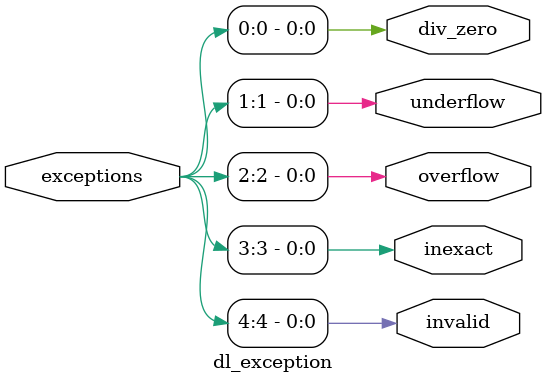
<source format=v>
module dlfloat16_top(
  input wire [31:0] instr,
  input wire [31:0] op1,op2,op3,
  output wire invalid, inexact, overflow,underflow, div_by_zero,
  output wire [31:0] result,
  input clk,rst_n);
  
  wire [3:0] ena;
  wire [2:0] rm;
  wire [2:0] sel2;
  wire [1:0] sel1;
  wire op;
  wire [15:0] src1,src2,src3;
  assign src1 = op1[15:0];
  assign src2 = op2[15:0];
  assign src3 = op3[15:0];
  wire [19:0] out_add_sub, out_mul,out_div,out_mac,out_sqrt,out_sign,out_i2f,out_comp;
  wire [31:0] out_muxed;
  wire [31:0] out_f2i;
  wire [4:0] exceptions;
  
  dlfloat16_decoder dec(.instr(instr), .ena(ena), .rm(rm), .sel2(sel2), .sel1(sel1), .op(op));
  
  dlfloat16_add_sub add_sub(.a(src1), .b(src2), .ena(ena), .op(op), .exceptions(exceptions), .c_out(out_add_sub),.clk(clk),.rst_n(rst_n));
  dlfloat16_mul mul(.a(src1), .b(src2), .ena(ena), .c_mul(out_mul), .exceptions(exceptions),.clk(clk),.rst_n(rst_n));
  dlfloat16_div div(.a(src1), .b(src2), .ena(ena), .c_div(out_div), .exceptions(exceptions),.clk(clk),.rst_n(rst_n));
  dlfloat16_sqrt sqrt(.dl_in(src1), .ena(ena), .dl_out_fin(out_sqrt), .exceptions(exceptions),.clk(clk),.rst_n(rst_n));
  dlfloat16_mac mac(.a(src1), .b(src2), .d(src3), .c_out(out_mac), .ena(ena), .op(op), .exceptions(exceptions),.clk(clk),.rst_n(rst_n));
  dlfloat16_sign_inv sign_inv(.in1(src1), .in2(src2), .ena(ena), .sel(sel1), .out(out_sign), .exceptions(exceptions),.clk(clk),.rst_n(rst_n));
  int32_to_dlfloat16 i2f(.in_int(op1), .ena(ena), .float_out1(out_i2f), .exceptions(exceptions),.clk(clk),.rst_n(rst_n));
  dlfloat16_to_int32 f2i(.float_in(src1), .ena(ena), .int_out_fin(out_f2i), .exceptions(exceptions),.clk(clk),.rst_n(rst_n));
  dlfloat16_comp comp(.a1(src1), .b1(src2), .ena(ena), .sel(sel2), .c_out(out_comp), .exceptions(exceptions),.clk(clk),.rst_n(rst_n));
  
  out_mux outmux(.ena(ena), .out_add_sub(out_add_sub), .out_mul(out_mul), .out_div(out_div), .out_mac(out_mac), .out_sqrt(out_sqrt), .out_sign(out_sign), .out_i2f(out_i2f), .out_comp(out_comp), .out_f2i(out_f2i), .out_muxed(out_muxed));
  dl_exception excep(.exceptions(exceptions),.invalid(invalid),.inexact(inexact),.overflow(overflow),.underflow(underflow),.div_zero(div_by_zero));
  dlfloat16_round round(.rm(rm), .ena(ena), .in(out_muxed) , .out(result),.clk(clk),.rst_n(rst_n));
  
endmodule

module out_mux(input wire [3:0] ena, input wire [31:0] out_add_sub, out_mul, out_div, out_mac, out_sqrt,out_sign, out_i2f, out_comp,out_f2i, output reg [31:0] out_muxed);

  always@(*)
    begin
      case(ena)
        4'b0001: out_muxed = out_add_sub;
        4'b0010: out_muxed = out_mul;
        4'b0011: out_muxed = out_div;
        4'b0100: out_muxed = out_sqrt;
        4'b0101: out_muxed = out_sign;
        4'b0110: out_muxed = out_comp;
        4'b1001: out_muxed = out_mac;
        4'b0111: out_muxed = out_i2f;
        4'b1000: out_muxed = out_f2i;
        default: out_muxed = 32'b0;
      endcase
    end
endmodule

module int32_to_dlfloat16(
  input signed [31:0] in_int, 
  input clk,rst_n,
  input [3:0] ena,
  output reg [4:0] exceptions,
  output reg [31:0] float_out1  
);
    reg [5:0] exponent;   
    reg [8:0] mantissa;    
    reg sign;             
    reg [31:0] abs_input;
    reg [15:0] float_out;
    integer i;
   always @(posedge clk or negedge rst_n) begin
        if (!rst_n) begin
            float_out1 <= 32'b0;
            exceptions <= 5'b0;
        end else begin
          float_out1 <= {16'b0,float_out};
          if(in_int>512)
            exceptions = 5'b01000;
        end
    end
       
    always @(*) begin
      if(ena != 4'b0111)
        float_out = 16'b0;
      else begin
      if (in_int == 32'b0) begin
        float_out = 16'b0;
      end
      
      sign = (in_int < 0) ? 1 : 0;
        
      //determine absolute value
      abs_input = (in_int < 0) ? -in_int : in_int;
        
        // Normalize the number 
        exponent = 0;
        mantissa = 0;
        //NOTE: might get synth warnings for else block path but when i tried to add else block to exit from the loop threw synth errros
      // Find the exponent (shift the number to be in the form 1.xxxx)
       for (i = 0; i < 32 ; i = i + 1) begin
        if (abs_input >= (1 << (exponent + 1))) begin
            exponent = exponent + 1; 
        end
       end        
        // Shift the number to form the normalized mantissa
        if ( exponent <= 9) begin
          mantissa = abs_input << (9 - exponent);  // Left shift for +ve exp
           end else begin
             mantissa = abs_input >> (exponent - 9);// Right shift for -ve exp
           end

        
        //Bias the exponent 
        exponent = exponent + 31;
      
      float_out = {sign,exponent,mantissa};
      end 
    end
    
endmodule

module dlfloat16_to_int32(
  input clk,rst_n,
	input wire [3:0] ena,
  output reg [4:0] exceptions,
  input [15:0] float_in,
  output reg signed [31:0] int_out_fin
);
  reg sign;
  reg [5:0] exponent;
  reg [9:0] mantissa; 
  reg signed [5:0] actual_exponent;
  reg signed [31:0] int_out, result;
    
   always @(posedge clk or negedge rst_n) begin
     
        if (!rst_n) begin
            int_out_fin <= 32'b0;
           exceptions = 5'b0;
        end else begin
            int_out_fin <= int_out;
		     exceptions = 5'b0;
        end
    end
  
  always @(*) begin
	  if(ena != 4'b1000)
		  int_out = 32'b0;
	  else begin
    // Extract fields
    sign = float_in[15];
    exponent = float_in[14:9];
    mantissa = {1'b1, float_in[8:0]}; 

    // Handle special cases
    if (exponent == 0) begin
      int_out = 0;
    end  
    else if (exponent == 6'b111111) begin
      // Infinity or NaN: saturate to max 32-bit signed integer
      int_out = sign ? -32'h80000000 : 32'h7FFFFFFF;
    end else begin
  
      actual_exponent = exponent - 31; // Unbias the exponent
      
      if (actual_exponent <=9) begin
        result = {23'b0, mantissa >> ( 9 - actual_exponent)};
        end else begin
        result = mantissa << (actual_exponent - 9);
      end 
    
      int_out = sign ? -result : result;

      // Clamp to 32-bit signed range
      if (int_out > 32'h7FFFFFFF) int_out = 32'h7FFFFFFF;
      if (int_out < -32'h80000000) int_out = -32'h80000000; 
    end
  end
  end
endmodule

// Code your design here
//module dlfloat16_sqrt(
//	input [3:0] ena,
//	input clk,rst_n,
//    input  [15:0] dl_in,              
//	output reg [31:0] dl_out_fin,         
//    output reg [4:0] exceptions  
//);
//    wire sign = dl_in[15];                
//    wire [5:0] exp_in = dl_in[14:9];      
//    wire [8:0] mant_in = dl_in[8:0];      

  
//  reg [12:0] x, x_next;  // Current and next estimates for the square root of mantissa
//  reg [12:0] diff;      
//reg done;              //convergence flag
//  reg [12:0] remainder; 
   
//    reg [9:0] mant_norm;
//    initial begin
//   if (exp_in == 0) // Denormalized case
//            mant_norm = {1'b0, mant_in};
//        else
//            mant_norm = {1'b1, mant_in}; // Normalized case (add implicit 1)
//    end
   
//    reg [5:0] exp_out;      
//    reg [12:0] mant_sqrt;    
//    integer i;
//  reg [5:0] ier;
//	reg [19:0] dl_out;
//    reg invalid, overflow, underflow, inexact;
//    reg div_by_zero = 1'b0;

//	 always @(posedge clk or negedge rst_n) begin
//         if (!rst_n) begin
//            dl_out_fin <= 32'b0;
//            exceptions <= 5'b0;
//            end 
//         else begin
//		dl_out_fin <= {12'b0,dl_out};
//		exceptions <= {invalid, inexact, overflow, underflow, div_by_zero};
//            end
//    end

//    always @(*) begin
//       $display("hi");
//       $display(exp_in,mant_in,mant_norm);
//        invalid = 0;
//        overflow = 0;
//        underflow = 0;
//        inexact = 0;
//		ier = 6'b0;
//      mant_sqrt = 13'b0;
//	    if (ena!=4'b0100) 
//		    dl_out = 20'b0; 
//	    else begin
	    
//        //special cases
//        if (dl_in == 16'h0000) begin
//            // Zero input
//            dl_out = 20'h00000;  // Output is zero
//        end
//        if (sign == 1'b1) begin
//            // Negative input
//            dl_out = 20'hFFFFF;  // NaN representation
//            invalid = 1'b1;
//        end
//        else begin

//          if (exp_in == 6'b0) begin//Denormalized input
//                exp_out = 6'b0;  
//            end
//             else begin
//             $display("hel");
//              if(exp_in[0] ==1'b1)
//                begin
//                $display("heo");
//                  ier = (exp_in+1)/2;
////                  mant_norm = mant_norm >> 1;
//                    $display("1:%b",ier);
//                end
//              else
//                ier = exp_in/2;
//                $display(ier);
//            end
//			exp_out = ier +31; // Add bias
//            // square root of mantissa
//             // Edge case handling
//        $display(mant_norm);
//          if (mant_norm == 0) begin
//        mant_sqrt = 0;
//        $display("here??");
//          end else if (mant_norm == 1) begin
//        mant_sqrt = 1;
//        $display("are yoou");
//         for (i = 0; i < 8 && !done; i = i + 1) begin
//           x_next = (x + (mant_norm / x)) >> 1; // New estimate= average of x and num/x
//            diff = (x > x_next) ? (x - x_next) : (x_next - x); 
//          $display("Iteration %d | x: %d | x_next: %d | diff: %d", i, x, x_next, diff);
//            if (diff <= 1) begin
//                done = 1; 
//            end

//            x = x_next; 
//        end
//             $display("Iteration %d | x: %d | x_next: %d | diff: %d", i, x, x_next, diff);
//            mant_sqrt = x;
//            remainder = mant_norm - (x * x); //remainder calculated for better approximation
            
//            if (remainder >= (2 * x )) begin // round up if remainder is large
//            mant_sqrt = mant_sqrt + 1;
//        end
            
//            // Check for inexact result
//            if (mant_sqrt * mant_sqrt != (mant_norm << 3)) begin
//                inexact = 1'b1;
//            end

//            // Check for overflow and underflow
//            if (exp_out > 6'b111110) begin
//                overflow = 1'b1;
//                dl_out = 20'h7DFE0;  
//            end else if (exp_out == 6'b0 && mant_sqrt == 13'b0) begin
//                underflow = 1'b1;
//                dl_out = 20'h00000;  
//            end else begin
            
//                dl_out = {1'b0, exp_out, mant_sqrt};
//            end
//        end
//	end
//	end
//	end
//endmodule


//module dlfloat16_sqrt(
//    input [3:0] ena,    // Enable signal
//    input clk, rst_n,   // Clock and active-low reset
//    input [15:0] dl_in, // 16-bit DLFloat input
//    output reg [15:0] dl_out, // 16-bit DLFloat output
//    output reg [4:0] exceptions // Flags: {invalid, inexact, overflow, underflow, div_by_zero}
//);

//    // Extract DLFloat16 components
//    wire sign = dl_in[15];           // Sign bit
//    wire [5:0] exp_in = dl_in[14:9]-31 ; // Exponent
//    wire [8:0] mant_in = dl_in[8:0]; // Mantissa
//    // Internal registers
//    reg [12:0] x, x_next; // Newton-Raphson estimation
//    reg [12:0] diff;      // Difference between successive iterations
//    reg done;             // Convergence flag
//    reg [12:0] remainder; // Remainder for better approximation

//    reg [9:0] mant_norm; // Normalized mantissa
//    reg [5:0] exp_out;   // Output exponent
//    reg [12:0] mant_sqrt; // Square root of mantissa
//    reg [5:0] ier;       // Intermediate exponent representation

//    // Exception flags
//    reg invalid, overflow, underflow, inexact;
//    reg div_by_zero = 1'b0;

//    // Mantissa normalization
//    always @(*) begin
//        if (exp_in == 0) // Denormalized case
//            mant_norm = {1'b0, mant_in};
//        else
//            mant_norm = {1'b1, mant_in}; // Normalized case (add implicit 1)
//    end

//    always @(posedge clk or negedge rst_n) begin
//    $display("exp:%b, mantin:%b",exp_in, mant_in);
//        if (rst_n) begin
//            dl_out <= 16'b0;
//            exceptions <= 5'b0;
//        end 
//        else if (ena == 4'b0100) begin // Check enable signal
//            // Reset flags
//            invalid = 0;
//            overflow = 0;
//            underflow = 0;
//            inexact = 0;
//            ier = 6'b0;
//            mant_sqrt = 13'b0;
//            done = 0;
////                case (mant_in[8:4]) // Approximate sqrt(mantissa)
////                5'b00000: mant_sqrt=9'b000000000;
////                5'b00001: mant_sqrt = 9'b000101000;
////                5'b00010: mant_sqrt = 9'b001010000;
////                5'b00011: mant_sqrt = 9'b001101000;
////                5'b00100: mant_sqrt = 9'b010000000;
////                5'b00101: mant_sqrt = 9'b010011000;
////                5'b00110: mant_sqrt = 9'b010110000;
////                5'b00111: mant_sqrt = 9'b011001000;
////                default: mant_sqrt = 9'b011111111; // Max approximation
////                endcase


//        if (mant_norm == 0) begin
//          mant_sqrt = 0;
//          end else if (mant_norm == 1) begin
//          mant_sqrt = 1;
//         for (i = 0; i < 8 && !done; i = i + 1) begin
//           x_next = (x + (mant_norm / x)) >> 1; // New estimate= average of x and num/x
//            diff = (x > x_next) ? (x - x_next) : (x_next - x); 

//            if (diff <= 1) begin
//                done = 1; 
//            end

//            x = x_next; 
//        end

//            mant_sqrt = x;
//            remainder = mant_norm - (x * x); //remainder calculated for better approximation
            
//            if (remainder >= (2 * x )) begin // round up if remainder is large
//            mant_sqrt = mant_sqrt + 1;
//        end
            
//            // Check for inexact result
//            if (mant_sqrt * mant_sqrt != (mant_norm << 3)) begin
//                inexact = 1'b1;
//            end
//            // Special case: Zero input
//            if (dl_in == 16'h0000) begin
//                dl_out = 16'h0000; // Output is zero
//            end
//            // Special case: Negative input (invalid for sqrt)
//            else if (sign == 1'b1) begin
//                dl_out = 16'hFFFF; // NaN representation
//                invalid = 1'b1;
//            end
//            else begin
//                // Adjust exponent
//                $display("hi");
//                if (exp_in == 6'b0) begin // Denormalized input
//                    exp_out = 6'b0;
//                end
//                else begin
//                    if (exp_in[0] == 1'b1) begin
//                        ier = (exp_in + 1) >> 1;
//                        mant_norm = mant_norm >> 1;
//                    end
//                    else
//                        ier = exp_in >> 1;
//                end
//                exp_out = ier+31 ; // Adjusted exponent (bias)

            

//                // Check for overflow and underflow
//                if (exp_out > 6'b111110) begin
//                    exceptions[2] = 1'b1;    //overflow
//                    dl_out = 16'h7C00; // Maximum positive float
//                    $display("will1");
//                end 
//                else if (exp_out == 6'b0 && mant_sqrt == 13'b0) begin
//                    exceptions[1] = 1'b1;   //underflow
//                    dl_out = 16'h0000; // Zero
//                    $display("will2");
//                end 
              
//                else begin
//                $display("d_in,%h,%b,%b",dl_in,exp_out,mant_sqrt);
//                    dl_out = {1'b0, exp_out, mant_sqrt[8:0]};
//                end
//            end
//        end
//    end
//endmodule




//module dlfloat16_sqrt (
//    input logic [3:0] ena,   // Enable signal
//    input logic clk, rst_n,  // Clock and active-low reset
//    input logic [15:0] dl_in, // 16-bit DLFloat input
//    output logic [15:0] dl_out, // 16-bit DLFloat output
//    output logic [4:0] exceptions // Flags: {invalid, inexact, overflow, underflow, div_by_zero}
//);

//    // Extract DLFloat16 components
//    logic sign;
//    logic [5:0] exp_in;
//    logic [8:0] mant_in;
    
//    assign sign = dl_in[15];                 // Sign bit
//    assign exp_in = dl_in[14:9] - 31;         // Exponent (bias adjusted)
//    assign mant_in = dl_in[8:0];              // Mantissa

//    // Internal registers
//    logic [9:0] mant_norm;  // Normalized mantissa (implicit 1)
//    logic [4:0] exp_out;    // Output exponent
//    logic [9:0] mant_sqrt;  // Square root of mantissa
//    logic [9:0] temp;       // Temporary variable for root calculation
//    logic [9:0] bit;        // Current bit to check

//    // Exception flags
//    logic invalid, overflow, underflow, inexact;
//    assign exceptions = {invalid, inexact, overflow, underflow, 1'b0};

//    // Normalize mantissa (if denormalized)
//    always_comb begin
//        if (exp_in == 0)
//            mant_norm = {1'b0, mant_in}; // Denormalized case
//        else
//            mant_norm = {1'b1, mant_in}; // Normalized case (implicit 1)
//    end

//    // Bitwise square root computation
//    always_ff @(posedge clk or negedge rst_n) begin
//        if (!rst_n) begin
//            dl_out <= 16'b0;
//            invalid <= 0;
//            overflow <= 0;
//            underflow <= 0;
//            inexact <= 0;
//        end 
//        else if (ena == 4'b0100) begin // Enable signal check
//            invalid <= 0;
//            overflow <= 0;
//            underflow <= 0;
//            inexact <= 0;
//            mant_sqrt <= 0;
//            temp <= 0;
//            bit <= 10'b1000000000; // Start with the highest bit

//            if (sign == 1'b1) begin
//                // Invalid input: Negative number
//                dl_out <= 16'hFFFF; // NaN representation
//                invalid <= 1'b1;
//            end 
//            else if (mant_norm == 0) begin
//                // Special case: Zero input
//                dl_out <= 16'h0000;
//            end 
//            else begin
//                // Perform bitwise square root computation
//                for (int i = 0; i < 10; i = i + 1) begin
//                    temp = mant_sqrt | bit;
//                    if (temp * temp <= mant_norm) begin
//                        mant_sqrt = temp;
//                    end
//                    bit = bit >> 1;
//                end

//                // Adjust exponent
//                if (exp_in[0] == 1'b1) begin
//                    exp_out = (exp_in + 1) >> 1; // Bias adjustment
//                end else begin
//                    exp_out = exp_in >> 1;
//                end
//                exp_out = exp_out + 31; // Reapply bias

//                // Check for overflow/underflow
//                if (exp_out > 6'b111110) begin
//                    overflow <= 1'b1;
//                    dl_out <= 16'h7C00; // Max positive float
//                end 
//                else if (exp_out == 6'b0 && mant_sqrt == 10'b0) begin
//                    underflow <= 1'b1;
//                    dl_out <= 16'h0000; // Zero output
//                end 
//                else begin
//                    dl_out <= {1'b0, exp_out, mant_sqrt[8:0]}; // Final result
//                end
//            end
//        end
//    end

//endmodule






//module dlfloat16_sqrt(
//    input [3:0] ena,    // Enable signal
//    input clk, rst_n,   // Clock and active-low reset
//    input [15:0] dl_in, // 16-bit DLFloat input
//    output reg [15:0] dl_out, // 16-bit DLFloat output
//    output reg [4:0] exceptions // Flags: {invalid, inexact, overflow, underflow, div_by_zero}
//);

//    // Extract DLFloat16 components
//    wire sign = dl_in[15];           // Sign bit
//    wire [5:0] exp_in = dl_in[14:9]-31 ; // Exponent
//    wire [8:0] mant_in = dl_in[8:0]; // Mantissa
//    // Internal registers
//    reg [12:0] x, x_next; // Newton-Raphson estimation
//    reg [12:0] diff;      // Difference between successive iterations
//    reg done;             // Convergence flag
//    reg [12:0] remainder; // Remainder for better approximation

//    reg [9:0] mant_norm; // Normalized mantissa
//    reg [5:0] exp_out;   // Output exponent
//    reg [12:0] mant_sqrt; // Square root of mantissa
//    reg [5:0] ier;       // Intermediate exponent representation

//    // Exception flags
//    reg invalid, overflow, underflow, inexact;
//    reg div_by_zero = 1'b0;

//    // Mantissa normalization
//    always @(*) begin
//        if (exp_in == 0) // Denormalized case
//            mant_norm = {1'b0, mant_in};
//        else
//            mant_norm = {1'b1, mant_in}; // Normalized case (add implicit 1)
//    end

//    always @(posedge clk or negedge rst_n) begin
//    $display("exp:%b, mantin:%b",exp_in, mant_in);
//        if (rst_n) begin
//            dl_out <= 16'b0;
//            exceptions <= 5'b0;
//        end 
//        else if (ena == 4'b0100) begin // Check enable signal
//            // Reset flags
//            invalid = 0;
//            overflow = 0;
//            underflow = 0;
//            inexact = 0;
//            ier = 6'b0;
//            mant_sqrt = 13'b0;
//            done = 0;

//            // Special case: Zero input
//            if (dl_in == 16'h0000) begin
//                dl_out = 16'h0000; // Output is zero
//            end
//            // Special case: Negative input (invalid for sqrt)
//            else if (sign == 1'b1) begin
//                dl_out = 16'hFFFF; // NaN representation
//                invalid = 1'b1;
//            end
//            else begin
//                // Adjust exponent
//                $display("hi");
//                if (exp_in == 6'b0) begin // Denormalized input
//                    exp_out = 6'b0;
//                end
//                else begin
//                    if (exp_in[0] == 1'b1) begin
//                        ier = (exp_in + 1) >> 1;
//                        mant_norm = mant_norm >> 1;
//                    end
//                    else
//                        ier = exp_in >> 1;
//                end
//                exp_out = ier+31 ; // Adjusted exponent (bias)

//                // Compute square root of mantissa using Newton-Raphson
//                x = mant_norm; // Initial guess
//                $display("mantin=%b",mant_in);
//                 $display("mant=%b",mant_norm);
//                done = 0;
//                x = mant_norm >> 1; // Initial approximation
            
//                for (integer i = 0; i < 8 && !done; i = i + 1) begin
//                    x_next = (x + (mant_norm / x)) >> 1; // Newton-Raphson update
//                    diff = (x > x_next) ? (x - x_next) : (x_next - x);
//                    $display("Iteration %0d: x=%b, x_next=%b, diff=%b", i, x, x_next, diff);
            
//                    if (diff == 0) begin
//                        done = 1;
//                    end
//                    x = x_next;
//                end
            
//                mant_sqrt = x; // Store final result
//                $display("final x=%b, x_next=%b,mant_sqrt", x, x_next,mant_sqrt);

//                remainder = mant_norm - (x * x);
//                $display("Rem:%b",remainder);
//                // Rounding
//                if (remainder >= (2 * x)) begin
//                    mant_sqrt = mant_sqrt + 1;
//                end

//                // Check for inexact result
//                if (mant_sqrt * mant_sqrt != (mant_norm << 3)) begin
//                $display("will");
//                    exceptions[3] = 1'b1;
                    
//                end

//                // Check for overflow and underflow
//                if (exp_out > 6'b111110) begin
//                    exceptions[2] = 1'b1;    //overflow
//                    dl_out = 16'h7C00; // Maximum positive float
//                    $display("will1");
//                end 
//                else if (exp_out == 6'b0 && mant_sqrt == 13'b0) begin
//                    exceptions[1] = 1'b1;   //underflow
//                    dl_out = 16'h0000; // Zero
//                    $display("will2");
//                end 
              
//                else begin
//                $display("d_in,%h,%b,%b",dl_in,exp_out,mant_sqrt);
//                    dl_out = {1'b0, exp_out, mant_sqrt[8:0]};
//                end
//            end
//        end
//    end
//endmodule



module dlfloat16_sign_inv (
  input [15:0] in1, 
  input [15:0] in2,  
  input [1:0] sel,
  input wire clk,rst_n,
	output reg [31:0] out,
	output reg [4:0] exceptions,
	 input [3:0] ena
);
 reg [15:0] out_comb;
always @(posedge clk or negedge rst_n) begin
  
        if (!rst_n) begin
            out <= 32'b0;
            exceptions <= 5'b0;
        end else begin
		out <= {16'b0,out_comb};
		exceptions <= 5'b0;
        end
    end
  always @(*) begin
	  if(ena !=4'b0101)
		  out_comb = 16'b0;
	  else begin
    case (sel)
      2'b00: out_comb = {~in1[15], in2[14:0]}; // invert
      2'b01: out_comb = {in1[15], in2[14:0]};  // sign injection normalized
      2'b10: out_comb = {~in1[15], in2[14:0]}; // sign injection inverse
      2'b11: out_comb = {in1[15] ^ in2[15], in2[14:0]}; // sign injection xor
      default: out_comb = 16'h0000;
    endcase
  end
  end


endmodule


module dlfloat16_round ( input [31:0] in, input [3:0] ena,
                      input [2:0] rm,
                      input rst_n,
                      input clk,
                        output reg [31:0] out);
  
  reg G_bit,R_bit, S1_bit , S2_bit, S_bit;
  reg [15:0]out1;
  reg sign;
  reg [5:0] exp;
  reg [9:0] mant1;
  reg [8:0] mant;
  reg [2:0] rm1;
  reg [19:0] in1;
  always@(posedge clk or negedge rst_n) begin
    if(!rst_n) begin
      out<= 32'b0;
    end else begin
      if(ena !=4'b1000)
      out <= {16'h0000,out1}; 
      else
        out <= in;
    end
  end
    always@(*) begin 
      in1 = in [19:0];
      G_bit  = in1[3];
      R_bit  = in1[2];
      S1_bit = in1[1];
      S2_bit = in1[0];
      mant1  = {1'b0, in1[12:4]};
      exp    = in1[18:13];
      sign   = in1[19];
      rm1    = rm;
      
      S_bit  = S1_bit | S2_bit;
      
      case(rm) 
        //ROUND TO NEAREST,TIES TO EVEN
        000: begin
          if(!G_bit) begin
            mant = mant1[8:0];//no rounding
          end
          else begin
            if ( R_bit + S_bit) begin
              if(in1[4])begin //if lsb of mant is 1 add 1 and change exp accordingly
                mant1 = mant1 + 1;
                mant = mant1[8:0];
                exp = mant1[9]? exp+1'b1: exp;
              end
              else begin
                mant = mant1[8:0];//if lsb is zero leave it as it is
              end
            end
            else begin //if R+S is zero add 1 to mant
                mant1 = mant1 + 1;
                mant = mant1[8:0];
                exp = mant1[9]? exp+1'b1: exp;
            end
          end//else block
        end//case block
        
        
        //ROUND TO ZERO
        001: begin 
          mant = mant1[8:0];//truncate GRS bits and leave it 
        end  
        
       //ROUND UP  
        010: begin
          if (G_bit + R_bit + S_bit) begin
            if(!sign)begin //add 1 to mant if num is +ve
                mant1 = mant1 + 1;
                mant = mant1[8:0];
                exp = mant1[9]? exp+1'b1: exp;
            end
            else begin //nothing if num is -ve
              mant = mant1[8:0];
            end
          end
          else begin //if g+r+s is zero no rounding
            mant = mant1[8:0];
          end
       end//case block
        
        //ROUND DOWN
        011: begin
           if (G_bit + R_bit + S_bit) begin
             if(sign)begin //add 1 to mant if num is -ve
                mant1 = mant1 + 1;
                mant = mant1[8:0];
                exp = mant1[9]? exp+1'b1: exp;
             end
            else begin //nothing if num is +ve
              mant = mant1[8:0];
            end
          end
          else begin //if g+r+s is zero no rounding
            mant = mant1[8:0];
          end
          
        end//case block
        
        default: rm1 = 3'b0;
            
      endcase
       
      out1 = {sign,exp,mant}; 
    end
  
endmodule  
      
    
// Code your design here
module dlfloat16_mul(a,b,ena,c_mul,clk,rst_n,exceptions);
  input  [15:0]a,b;
  input clk,rst_n;
	input [3:0] ena;
	output  reg [31:0] c_mul;
  output reg [4:0] exceptions;
    
    reg [9:0]ma,mb; //1 extra because 1.smthng
  reg [12:0] mant;
    reg [19:0]m_temp; //after multiplication
    reg [5:0] ea,eb,e_temp,exp;
    reg sa,sb,s;
  reg [19:0] c_mul1;
	reg invalid, inexact, overflow, underflow, div_zero;

  always @(posedge clk or negedge rst_n) begin
        if (!rst_n) begin
            c_mul <= 32'b0;
            exceptions <= 5'b0;
        end else begin
		c_mul <= {12'b0,c_mul1};
		exceptions <= {invalid, inexact, overflow, underflow, div_zero};
        end
    end
  	
  always@(*) begin
    invalid =1'b0;
	    inexact = 1'b0;
	    overflow = 1'b0;
	    underflow = 1'b0;
	    div_zero = 1'b0;
        ma ={1'b1,a[8:0]};
        mb= {1'b1,b[8:0]};
        sa = a[15];
        sb = b[15];
        ea = a[14:9];
        eb = b[14:9];
  	
       //to avoid latch inference
  	e_temp = 6'b0;
  	m_temp = 20'b0;
  	mant=9'b0;
  	exp= 6'b0;
  	s=0;
	  if(ena !=4'b0010)
		  c_mul1 =20'b0;
	  else begin

		  
  	//checking for underflow/overflow
    if (  (ea + eb) <= 31 ) begin
      underflow = 1'b1;
  		c_mul1=16'b0;//pushing to zero on underflow
  	end
    else if ( (ea + eb) > 94) begin
      overflow = 1'b1;
      if( (sa ^ sb) ) begin
          c_mul1=16'hFDFE;//pushing to largest -ve number on overflow
        end
      else begin
          c_mul1=16'h7DFE;//pushing to largest +ve number on overflow
      end
    end
        
  	else if ( (ea + eb) == 94 ) begin
      invalid = 1'b1;
		c_mul1=16'hFFFF;//pushing to inf if exp is all ones
 	end
        else begin	
        e_temp = ea + eb - 31;
        m_temp = ma * mb;
		
          mant = m_temp[19] ? m_temp[18:6] : m_temp[17:5];
        exp = m_temp[19] ? e_temp+1'b1 : e_temp;	
        s=sa ^ sb;
		
 	//checking for special cases	
         if( a==16'hFFFF | b==16'hFFFF ) begin
            c_mul1 =16'hFFFF;
         end
        else begin
           c_mul1 = (a==0 | b==0) ? 0 :{s,exp,mant};
         end 
 	end 
	  if(c_mul1[19:15] != 4'b0000)
      inexact = 1'b1;
    end 
  end
	wire _unused = &{m_temp[8:0], 9'b0};
endmodule 

 



module dlfloat16_div(
    input [3:0] ena,
    input [15:0] a, b,
    output reg [19:0] c_div,         // 1-bit sign, 6-bit exponent, 13-bit mantissa
    output reg [4:0] exceptions 
);
    reg [9:0] ma, mb;       
    reg [12:0] mant;        
    reg [12:0] m_temp;     
    reg [5:0] ea, eb, e_temp, exp;
    reg sa, sb, s;
    reg [19:0] c_div1;      

    reg div_by_zero, underflow, overflow, inexact, invalid;

            

    always @(*) begin
        c_div = c_div1;
        exceptions = {invalid, inexact, overflow, underflow, div_by_zero};
        ma = {1'b1, a[8:0]}; 
        mb = {1'b1, b[8:0]}; 
        sa = a[15];
        sb = b[15];
        ea = a[14:9];
        eb = b[14:9];

        // Default values to avoid latch inference
        e_temp = 6'b0;
        m_temp = 16'b0;
        mant = 13'b0;
        exp = 6'b0;
        s = 0;
        c_div1 = 20'b0; 
        div_by_zero = 1'b0;
        underflow = 1'b0;
        overflow = 1'b0;
        inexact = 1'b0;
        invalid = 1'b0;
        if(ena != 4'b0011)
            c_div1 = 20'b0;
        else begin
        // Special Cases
      if(( b == 16'b0 || b==16'b1000000000000000) &&(a==16'b0 || a==16'b1000000000000000))
            begin
              c_div1 = {sa ^sb,15'b111111111111111,4'b0};
              invalid = 1'b1;
            end
      
       else if (b == 16'b0 || b == 16'b1000000000000000) begin
            
            div_by_zero = 1'b1;
            c_div1 = {sa ^ sb, 6'b111111, 13'b0};
        end else if (a == 16'hfe00 || a == 16'h7e00) begin
            
          if (b == 16'hFe00 || b == 16'h7e00) begin
                
                invalid = 1'b1;
            c_div1 = {sa ^sb,15'b111111111111111,4'b0}; 
            end else begin
               
                c_div1 = {sa ^ sb, 6'b111111, 13'b0}; 
            end
        end else if (b == 16'hfe00 || b == 16'h7e00) begin
           
            c_div1 = {sa ^ sb, 19'b0};
        end else if (a == 16'b0 || a == 16'b1000000000000000) begin
            
          
            c_div1 = {sa ^ sb, 19'b0};
        end else begin
            
          e_temp = 31-(eb-ea);
          m_temp = ma / mb; 
          if (m_temp[10]) begin
            mant = m_temp; 
                exp = e_temp;
            end else begin
              mant = m_temp<<1; 
                exp = e_temp -1'b1;
            end
            s = sa ^ sb;

            
          if (m_temp[3:0] != 4'b0) begin
                inexact = 1'b1;
            end

            // Check for underflow/overflow
            if (exp < 0) begin
                underflow = 1'b1;
                c_div1 = 20'b0; 
            end else if (exp > 63) begin
                overflow = 1'b1;
                c_div1 = s ? 20'hFDFE0 : 20'h7DFE0; 
            end else begin
                c_div1 = {s, exp, mant};
            end
        end
        end
    end
endmodule


// Code your design here
module dlfloat16_decoder(
  input wire [31:0] instr,
  output reg [3:0] ena,
  output reg [2:0] rm,
  output reg [2:0] sel2,// for cmpr
  output reg op,
  output reg [1:0] sel1);// for sign inj
  
  wire [4:0] fun5;
  wire [6:0] opcode;
  
  assign opcode = instr[6:0];
  assign fun5 = instr[31:27];
  always@(*)
    
    begin
      rm = instr[14:12];
      ena = 4'b0000;
      op = 1'b0;
      sel1 = 2'b00;
      sel2 = 3'b000;
      if (opcode == 7'b1011011)
        begin
          case({fun5,rm})
            8'b00000000: begin op = 1'b0; //add
              ena = 4'b0001; end
            8'b00001000:begin op = 1'b1; //sub
              ena = 4'b0001; end
            8'b00010000:begin ena = 4'b0010; //mul
            end
            8'b00011000:begin ena = 4'b0011; //div
            end
            8'b01011000:begin ena = 4'b0100; //sqrt
            end
            8'b00100000:begin ena = 4'b0101; //sign inject
              sel1 = 2'b01;
            end
            8'b00100001: begin ena = 4'b0101; // sign inject neg
              sel1 = 2'b10; end
            8'b00100010:begin ena = 4'b0101; //sign inject xor
              sel1 = 2'b11; end
            8'b00101000: begin ena = 4'b0110; 
              sel2 = 3'b001;//min
            end
            8'b00101001: begin ena = 4'b0110;
              sel2 = 3'b010;//max
            end
            8'b01000000:begin ena = 4'b0111; //int to float
            end
            8'b01001000:begin ena = 4'b1000;end//float to int
            8'b10100010: begin ena = 4'b0110;//eq
              sel2 = 3'b011; end
            8'b10100001: begin ena = 4'b0110;// less than
            sel2 = 3'b100;end
            8'b10100000: begin ena = 4'b0110;//less than eq
              sel2 = 3'b101; end
          endcase
        end
      else if (opcode ==7'b0011011)//fma
        begin
          ena = 4'b1001;
          op = 1'b0;
        end
      else if (opcode == 7'b0111011)//fms
        begin 
          ena = 4'b1001;
          op = 1'b1;
        end
    end
endmodule
       
            
          
          
// Code your design here
module dlfloat16_comp (
  input [15:0] a1,
  input [15:0] b1,
  input [2:0] sel,
  input clk,
  input rst_n,
	input [3:0] ena,
  output reg [4:0] exceptions,
	output reg [31:0] c_out
);
  reg s1, s2;
  reg [5:0] exp1, exp2;
  reg [8:0] mant1, mant2;
  reg lt, gt, eq;
  reg [15:0] c_1;
   reg invalid, inexact, overflow, underflow, div_zero;


    always @(posedge clk or negedge rst_n) begin
        if (!rst_n) begin
            c_out <= 32'b0;
            exceptions <= 5'b0;
        end else begin
		c_out <= {16'b0,c_1};
		exceptions <= {invalid, inexact, overflow, underflow, div_zero};
        end
    end
  always @(*) begin
     invalid =1'b0;
	    inexact = 1'b0;
	    overflow = 1'b0;
	    underflow = 1'b0;
	    div_zero = 1'b0;
	  if(ena != 4'b0110)
		  c_1 =16'b0;
	  else begin
    // Extract fields
    s1 = a1[15];
    s2 = b1[15];
    exp1 = a1[14:9];
    exp2 = b1[14:9];
    mant1 = a1[8:0];
    mant2 = b1[8:0];
    lt = 0;
    gt = 0;
    eq = 0;
    c_1 = 16'h0000;
  
    
    // Compare logic
    if (s1 != s2) begin
      if (s1) begin
        lt = 1;
      end else begin
        gt = 1;
      end
    end else begin
      if (exp1 > exp2) begin
        gt = !s1;
        lt = s1;
      end else if (exp1 < exp2) begin
        lt = !s1;
        gt = s1;
      end else begin
        if (mant1 > mant2) begin
          gt = !s1;
          lt = s1;
        end else if (mant1 < mant2) begin
          lt = !s1;
          gt = s1;
        end else begin
          eq = 1;
        end
      end
    end
  
    // Generate output based on opcode
    case (sel)
      3'b001: c_1 = (lt ==1'b1)?a1:b1;//min
      3'b010: c_1 = (gt ==1'b1)?a1:b1;//max
      3'b011: c_1 = {16{eq}};//set eq
      3'b100: c_1 = {16{lt}};//set less than
      3'b101: c_1 = (lt ==1'b1 || eq ==1'b1)?16'hffff:16'h0000;//set less than equal
      default: c_1 = 16'b0;
    endcase
    if (c_1 == 16'h0000)
      underflow =1'b1;
    if(c_1 == 16'hffff)
      overflow = 1'b1;
  end
  end


endmodule


module dlfloat16_add_sub(input [15:0] a, input [15:0] b,input op,input [3:0] ena, output reg [31:0] c_out, input clk,input rst_n, output reg [4:0] exceptions);
   
  reg [19:0] c_add;
    reg    [5:0] Num_shift_80; 
    reg    [5:0]  Larger_exp_80,Final_expo_80;
    reg    [9:0] Small_exp_mantissa_80,S_mantissa_80,L_mantissa_80,Large_mantissa_80;
  reg    [12:0] Final_mant_80;
    reg    [10:0] Add_mant_80,Add1_mant_80;
    reg    [5:0]  e1_80,e2_80;
    reg    [8:0] m1_80,m2_80;
    reg          s1_80,s2_80,Final_sign_80;
    reg    [8:0]  renorm_shift_80;
    reg signed [5:0] renorm_exp_80;
    reg signed [5:0] larger_expo_neg;
  reg invalid, inexact, overflow, underflow, div_zero;

 // wire [3:0] check = c_add[19:15];
    always @(posedge clk or negedge rst_n) begin
        if (!rst_n) begin
            c_out <= 32'b0;
            exceptions <= 5'b0;
        end else begin
		c_out <= {12'b0,c_add};
		exceptions <= {invalid, inexact, overflow, underflow, div_zero};
        end
    end
    always@(*) begin
	    invalid =1'b0;
	    inexact = 1'b0;
	    overflow = 1'b0;
	    underflow = 1'b0;
	    div_zero = 1'b0;
        //stage 1
     	     e1_80 = a[14:9];
    	     e2_80 = b[14:9];
             m1_80 = a[8:0];
     	     m2_80 = b[8:0];
             s1_80 = a[15];
	    if(ena != 4'b0001)
		    c_add = 20'b0;
	    else begin
           if(op) begin
             s2_80 = ~b[15]; //for subtraction op will be 1
           end
           else begin
              s2_80 = b[15];
            end
        
	       Num_shift_80=6'b0;
	  
           if (e1_80  > e2_80) begin
              Num_shift_80           = e1_80 - e2_80;
              Larger_exp_80          = e1_80;                     
              Small_exp_mantissa_80  = {1'b1,m2_80};
              Large_mantissa_80      = {1'b1,m1_80};
           end
        
           else begin
             Num_shift_80           = e2_80 - e1_80;
             Larger_exp_80          = e2_80;
             Small_exp_mantissa_80  = {1'b1,m1_80};
             Large_mantissa_80      = {1'b1,m2_80};
           end
        
	    if (e1_80 == 0 | e2_80 ==0) begin
	        Num_shift_80 = 0;
	       Small_exp_mantissa_80 = 10'd512; //to avoid subnormal mantissa to be greater than normal mantissa pushing it to all zeros and leading 1      
	    end
	    else begin
	        Num_shift_80 = Num_shift_80;
	    end
            
            
           //stage 2 
           //shift and append smaller mantissa
	    Small_exp_mantissa_80  = (Small_exp_mantissa_80 >> Num_shift_80);
              
           //stage 3
           //add the mantissas
                                                    
            if (Small_exp_mantissa_80  < Large_mantissa_80) begin
		   S_mantissa_80 = Small_exp_mantissa_80;
	    	   L_mantissa_80 = Large_mantissa_80;
            end
            else begin
			
		   S_mantissa_80 = Large_mantissa_80;
		   L_mantissa_80 = Small_exp_mantissa_80;
            end       
                       
            Add_mant_80=11'b0;
	
	    if (e1_80!=0 & e2_80!=0) begin
		   if (s1_80 == s2_80) begin
        		Add_mant_80 = S_mantissa_80 + L_mantissa_80;
		    end else begin
			   Add_mant_80 = L_mantissa_80 - S_mantissa_80;
		    end
	    end	
 	    else begin
		    Add_mant_80 ={1'b0, L_mantissa_80};
	    end
      
	   //renormalization for mantissa and exponent
           //stage 4
	   //to avoid latch inference
	   renorm_exp_80=6'd0;
	   renorm_shift_80=9'd0;
	   Add1_mant_80=Add1_mant_80;
	   
           if (Add_mant_80[10] ) begin
		   Add1_mant_80= Add_mant_80 >> 1;
		   renorm_exp_80 = 6'd1;
	   end
           else begin 
              if (Add_mant_80[9])begin
	   	     renorm_shift_80 = 0;
	   	     renorm_exp_80 = 0;		
	      end
              else if (Add_mant_80[8])begin
	   	     renorm_shift_80 = 9'd1; 
	   	     renorm_exp_80 = -1;
	      end 
              else if (Add_mant_80[7])begin
	      	      renorm_shift_80 = 9'd2; 
	      	      renorm_exp_80 = -2;		
	      end  
              else if (Add_mant_80[6])begin
	    	      renorm_shift_80 = 9'd3; 
	    	      renorm_exp_80 = -3;		
	      end
              else if (Add_mant_80[5])begin
	    	      renorm_shift_80 = 9'd4; 
	   	      renorm_exp_80 = -4;		
	      end
              else if (Add_mant_80[4])begin
	    	      renorm_shift_80 = 9'd5; 
	    	      renorm_exp_80 = -5;		
	      end
              else if (Add_mant_80[3])begin
	   	      renorm_shift_80 = 9'd6; 
	   	      renorm_exp_80 = -6;		
	      end
              else if (Add_mant_80[2])begin
	   	      renorm_shift_80 = 9'd7; 
	   	      renorm_exp_80 = -7;		
	       end
              else if (Add_mant_80[1])begin
	   	      renorm_shift_80 = 9'd8; 
	    	      renorm_exp_80 = -8;		
	      end
              else if (Add_mant_80[0])begin
	    	      renorm_shift_80 = 9'd9; 
	    	      renorm_exp_80 = -9;		
	      end
	      else begin
		      renorm_exp_80=6'd0;
	              renorm_shift_80=9'd0;
	              Add1_mant_80=Add1_mant_80;
	      end
	  	   
              Add1_mant_80 = Add_mant_80 << renorm_shift_80;
            
          end

          Final_expo_80 = 6'd0;//to avoid latch inference
	      Final_mant_80 = 9'd0;//to avoid latch inference  
	      Final_sign_80=0;//to avoid latch inference 
          larger_expo_neg = -Larger_exp_80;
      
        //calculating final sign	   
	       if (s1_80 == s2_80) begin
		     Final_sign_80 = s1_80;
	       end 
	       else begin   //if sign is different
	          if (e1_80 > e2_80) begin
	       	     Final_sign_80 = s1_80;	
	          end 
	          else if (e2_80 > e1_80) begin
		     Final_sign_80 = s2_80;
	          end
	       
	          else begin
                     if (m1_80 > m2_80) begin
			            Final_sign_80 = s1_80;		
		             end
		            else if (m1_80 < m2_80) begin
			           Final_sign_80 = s2_80;
		            end
		           else begin
		              Final_sign_80 = 0;
		           end	  
                 end
	       end
      
         
           //checking for overflow/underflow
           if(  Larger_exp_80 == 63 & renorm_exp_80 == 1) begin //overflow
		   overflow = 1'b1;
             if (  Final_sign_80 ) begin
                c_add=16'hFDFE;//largest -ve value
		     
             end
             else begin
               c_add=16'h7DFE;//largest +ve value
             end
  
           end
           else if ((Larger_exp_80 >= 1) & (Larger_exp_80 <= 8) & (renorm_exp_80 <  larger_expo_neg)) begin //underflow
		   underflow = 1'b1;
             if (  Final_sign_80 ) begin
               c_add=16'h8201;//smallest -ve value
               end
             else begin
               c_add=16'd513;//smallest +ve value
             end
            end 
           else begin
      	   
               Final_expo_80 =  Larger_exp_80 + renorm_exp_80;
      
      	       if(Final_expo_80 == 6'b0) begin
		       underflow =1'b1;
                     c_add=16'b0;
               end
               else if( Final_expo_80 == 63) begin
                     c_add=16'hFFFF;
               end      
	      
             Final_mant_80 = {Add1_mant_80,2'b00}; 
	       
               //checking for special cases
               if( a==16'hFFFF | b==16'hFFFF) begin  
                 c_add = 16'hFFFF;
               end
               else begin
                 c_add = (a==0 & b==0)?0:{Final_sign_80,Final_expo_80,Final_mant_80};
               end 
           end//for overflow/underflow 
	    if (c_add[19:15] != 4'b0000)
		    inexact = 1'b1;
	    end
  end //for always block 
endmodule


module dl_exception(
  input wire [4:0] exceptions,
  output reg invalid, inexact, overflow, underflow, div_zero);
  always@(*)
  begin
    div_zero = exceptions[0];
    underflow =  exceptions[1];
    overflow =  exceptions[2];
    inexact =  exceptions[3]; 
    invalid =  exceptions[4];
  end
endmodule

</source>
